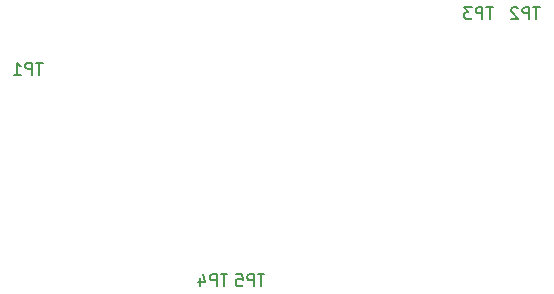
<source format=gbr>
%TF.GenerationSoftware,KiCad,Pcbnew,6.0.0*%
%TF.CreationDate,2022-01-09T21:07:46-07:00*%
%TF.ProjectId,L0005-Valve-Controller,4c303030-352d-4566-916c-76652d436f6e,1.0*%
%TF.SameCoordinates,Original*%
%TF.FileFunction,Legend,Bot*%
%TF.FilePolarity,Positive*%
%FSLAX46Y46*%
G04 Gerber Fmt 4.6, Leading zero omitted, Abs format (unit mm)*
G04 Created by KiCad (PCBNEW 6.0.0) date 2022-01-09 21:07:46*
%MOMM*%
%LPD*%
G01*
G04 APERTURE LIST*
%ADD10C,0.150000*%
G04 APERTURE END LIST*
D10*
%TO.C,TP1*%
X124832904Y-90770460D02*
X124261476Y-90770460D01*
X124547190Y-91770460D02*
X124547190Y-90770460D01*
X123928142Y-91770460D02*
X123928142Y-90770460D01*
X123547190Y-90770460D01*
X123451952Y-90818080D01*
X123404333Y-90865699D01*
X123356714Y-90960937D01*
X123356714Y-91103794D01*
X123404333Y-91199032D01*
X123451952Y-91246651D01*
X123547190Y-91294270D01*
X123928142Y-91294270D01*
X122404333Y-91770460D02*
X122975761Y-91770460D01*
X122690047Y-91770460D02*
X122690047Y-90770460D01*
X122785285Y-90913318D01*
X122880523Y-91008556D01*
X122975761Y-91056175D01*
%TO.C,TP2*%
X166920704Y-86066380D02*
X166349276Y-86066380D01*
X166634990Y-87066380D02*
X166634990Y-86066380D01*
X166015942Y-87066380D02*
X166015942Y-86066380D01*
X165634990Y-86066380D01*
X165539752Y-86114000D01*
X165492133Y-86161619D01*
X165444514Y-86256857D01*
X165444514Y-86399714D01*
X165492133Y-86494952D01*
X165539752Y-86542571D01*
X165634990Y-86590190D01*
X166015942Y-86590190D01*
X165063561Y-86161619D02*
X165015942Y-86114000D01*
X164920704Y-86066380D01*
X164682609Y-86066380D01*
X164587371Y-86114000D01*
X164539752Y-86161619D01*
X164492133Y-86256857D01*
X164492133Y-86352095D01*
X164539752Y-86494952D01*
X165111180Y-87066380D01*
X164492133Y-87066380D01*
%TO.C,TP3*%
X162958304Y-86066380D02*
X162386876Y-86066380D01*
X162672590Y-87066380D02*
X162672590Y-86066380D01*
X162053542Y-87066380D02*
X162053542Y-86066380D01*
X161672590Y-86066380D01*
X161577352Y-86114000D01*
X161529733Y-86161619D01*
X161482114Y-86256857D01*
X161482114Y-86399714D01*
X161529733Y-86494952D01*
X161577352Y-86542571D01*
X161672590Y-86590190D01*
X162053542Y-86590190D01*
X161148780Y-86066380D02*
X160529733Y-86066380D01*
X160863066Y-86447333D01*
X160720209Y-86447333D01*
X160624971Y-86494952D01*
X160577352Y-86542571D01*
X160529733Y-86637809D01*
X160529733Y-86875904D01*
X160577352Y-86971142D01*
X160624971Y-87018761D01*
X160720209Y-87066380D01*
X161005923Y-87066380D01*
X161101161Y-87018761D01*
X161148780Y-86971142D01*
%TO.C,TP4*%
X140453904Y-108672380D02*
X139882476Y-108672380D01*
X140168190Y-109672380D02*
X140168190Y-108672380D01*
X139549142Y-109672380D02*
X139549142Y-108672380D01*
X139168190Y-108672380D01*
X139072952Y-108720000D01*
X139025333Y-108767619D01*
X138977714Y-108862857D01*
X138977714Y-109005714D01*
X139025333Y-109100952D01*
X139072952Y-109148571D01*
X139168190Y-109196190D01*
X139549142Y-109196190D01*
X138120571Y-109005714D02*
X138120571Y-109672380D01*
X138358666Y-108624761D02*
X138596761Y-109339047D01*
X137977714Y-109339047D01*
%TO.C,TP5*%
X143603504Y-108672380D02*
X143032076Y-108672380D01*
X143317790Y-109672380D02*
X143317790Y-108672380D01*
X142698742Y-109672380D02*
X142698742Y-108672380D01*
X142317790Y-108672380D01*
X142222552Y-108720000D01*
X142174933Y-108767619D01*
X142127314Y-108862857D01*
X142127314Y-109005714D01*
X142174933Y-109100952D01*
X142222552Y-109148571D01*
X142317790Y-109196190D01*
X142698742Y-109196190D01*
X141222552Y-108672380D02*
X141698742Y-108672380D01*
X141746361Y-109148571D01*
X141698742Y-109100952D01*
X141603504Y-109053333D01*
X141365409Y-109053333D01*
X141270171Y-109100952D01*
X141222552Y-109148571D01*
X141174933Y-109243809D01*
X141174933Y-109481904D01*
X141222552Y-109577142D01*
X141270171Y-109624761D01*
X141365409Y-109672380D01*
X141603504Y-109672380D01*
X141698742Y-109624761D01*
X141746361Y-109577142D01*
%TD*%
M02*

</source>
